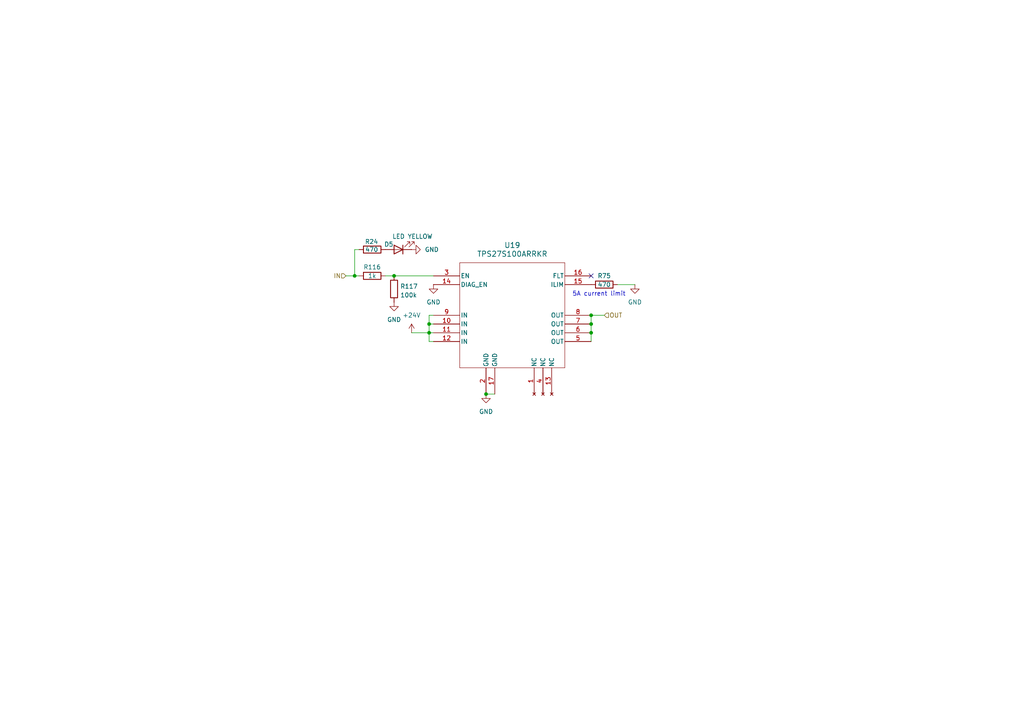
<source format=kicad_sch>
(kicad_sch (version 20250114) (generator "eeschema") (generator_version "9.0")
  (paper "A4")
  (title_block (title "ChargeBridge Eval Board") (date "2025-07-15") (rev "1.1") (company "Pionix GmbH") (comment 1 "Cornelius Claussen / Jonas Rockstroh") (comment 2 "License: CERN-OHL-P"))
  (lib_symbols
    (symbol "cb-eval-lib:LED" (pin_numbers (hide yes)) (pin_names (offset 1.016) (hide yes))
      (property "Reference" "D" (at 0 2.54 0))
      (property "Value" "LED" (at 0 -2.54 0))
      (symbol "LED_0_1"
        (polyline (pts (xy -3.048 -0.762) (xy -4.572 -2.286) (xy -3.81 -2.286) (xy -4.572 -2.286) (xy -4.572 -1.524)))
        (polyline (pts (xy -1.778 -0.762) (xy -3.302 -2.286) (xy -2.54 -2.286) (xy -3.302 -2.286) (xy -3.302 -1.524)))
        (polyline (pts (xy -1.27 0) (xy 1.27 0)))
        (polyline (pts (xy -1.27 -1.27) (xy -1.27 1.27)) (stroke (width 0.254)))
        (polyline (pts (xy 1.27 -1.27) (xy 1.27 1.27) (xy -1.27 0) (xy 1.27 -1.27)) (stroke (width 0.254)))
      )
      (symbol "LED_1_1"
        (pin passive line (at -3.81 0 0) (length 2.54) (name "K") (number "1"))
        (pin passive line (at 3.81 0 180) (length 2.54) (name "A") (number "2"))
      )
    )
    (symbol "cb-eval-lib:R" (pin_numbers (hide yes)) (pin_names (offset 0))
      (property "Reference" "R" (at 2.032 0 90))
      (property "Value" "R" (at 0 0 90))
      (symbol "R_0_1"
        (rectangle (start -1.016 -2.54) (end 1.016 2.54) (stroke (width 0.254)))
      )
      (symbol "R_1_1"
        (pin passive line (at 0 3.81 270) (length 1.27) (name "~") (number "1"))
        (pin passive line (at 0 -3.81 90) (length 1.27) (name "~") (number "2"))
      )
    )
    (symbol "cb-eval-lib:TPS27S100ARRKR" (pin_names (offset 0.254))
      (property "Reference" "U" (at 0 20.32 0))
      (property "Value" "TPS27S100ARRKR" (at 0 17.78 0))
      (symbol "TPS27S100ARRKR_0_1"
        (polyline (pts (xy -15.24 15.24) (xy -15.24 -15.24)) (stroke (width 0.127)))
        (polyline (pts (xy -15.24 -15.24) (xy 15.24 -15.24)) (stroke (width 0.127)))
        (polyline (pts (xy 15.24 15.24) (xy -15.24 15.24)) (stroke (width 0.127)))
        (polyline (pts (xy 15.24 -15.24) (xy 15.24 15.24)) (stroke (width 0.127)))
        (pin input line (at -22.86 11.43 0) (length 7.62) (name "EN") (number "3"))
        (pin input line (at -22.86 8.89 0) (length 7.62) (name "DIAG_EN") (number "14"))
        (pin power_in line (at -22.86 0 0) (length 7.62) (name "IN") (number "9"))
        (pin power_in line (at -22.86 -2.54 0) (length 7.62) (name "IN") (number "10"))
        (pin power_in line (at -22.86 -5.08 0) (length 7.62) (name "IN") (number "11"))
        (pin power_in line (at -22.86 -7.62 0) (length 7.62) (name "IN") (number "12"))
        (pin power_out line (at -7.62 -22.86 90) (length 7.62) (name "GND") (number "2"))
        (pin power_out line (at -5.08 -22.86 90) (length 7.62) (name "GND") (number "17"))
        (pin no_connect line (at 6.35 -22.86 90) (length 7.62) (name "NC") (number "1"))
        (pin no_connect line (at 8.89 -22.86 90) (length 7.62) (name "NC") (number "4"))
        (pin no_connect line (at 11.43 -22.86 90) (length 7.62) (name "NC") (number "13"))
        (pin output line (at 22.86 11.43 180) (length 7.62) (name "FLT") (number "16"))
        (pin output line (at 22.86 8.89 180) (length 7.62) (name "ILIM") (number "15"))
        (pin output line (at 22.86 0 180) (length 7.62) (name "OUT") (number "8"))
        (pin output line (at 22.86 -2.54 180) (length 7.62) (name "OUT") (number "7"))
        (pin output line (at 22.86 -5.08 180) (length 7.62) (name "OUT") (number "6"))
        (pin output line (at 22.86 -7.62 180) (length 7.62) (name "OUT") (number "5"))
      )
    )
    (symbol "power:+24V" (power) (pin_numbers (hide yes)) (pin_names (offset 0) (hide yes))
      (property "Value" "+24V" (at 0 3.556 0))
      (symbol "+24V_0_1"
        (polyline (pts (xy -0.762 1.27) (xy 0 2.54)))
        (polyline (pts (xy 0 2.54) (xy 0.762 1.27)))
        (polyline (pts (xy 0 0) (xy 0 2.54)))
      )
      (symbol "+24V_1_1"
        (pin power_in line (at 0 0 90) (length 0) (name "~") (number "1"))
      )
    )
    (symbol "power:GND" (power) (pin_numbers (hide yes)) (pin_names (offset 0) (hide yes))
      (property "Value" "GND" (at 0 -3.81 0))
      (symbol "GND_0_1"
        (polyline (pts (xy 0 0) (xy 0 -1.27) (xy 1.27 -1.27) (xy 0 -2.54) (xy -1.27 -1.27) (xy 0 -1.27)))
      )
      (symbol "GND_1_1"
        (pin power_in line (at 0 0 270) (length 0) (name "~") (number "1"))
      )
    )
  )
  (text "5A current limit" (at 173.736 85.344 0) (effects (font (size 1.27 1.27))))
  (junction (at 140.97 114.3))
  (junction (at 124.46 93.98))
  (junction (at 102.87 80.01))
  (junction (at 171.45 93.98))
  (junction (at 114.3 80.01))
  (junction (at 171.45 91.44))
  (junction (at 124.46 96.52))
  (junction (at 171.45 96.52))
  (no_connect (at 171.45 80.01))
  (wire (pts (xy 171.45 96.52) (xy 171.45 99.06)))
  (wire (pts (xy 102.87 72.39) (xy 102.87 80.01)))
  (wire (pts (xy 111.76 80.01) (xy 114.3 80.01)))
  (wire (pts (xy 124.46 96.52) (xy 124.46 93.98)))
  (wire (pts (xy 171.45 91.44) (xy 171.45 93.98)))
  (wire (pts (xy 100.33 80.01) (xy 102.87 80.01)))
  (wire (pts (xy 140.97 114.3) (xy 143.51 114.3)))
  (wire (pts (xy 124.46 96.52) (xy 125.73 96.52)))
  (wire (pts (xy 114.3 80.01) (xy 125.73 80.01)))
  (wire (pts (xy 171.45 93.98) (xy 171.45 96.52)))
  (wire (pts (xy 119.38 96.52) (xy 124.46 96.52)))
  (wire (pts (xy 124.46 99.06) (xy 125.73 99.06)))
  (wire (pts (xy 124.46 96.52) (xy 124.46 99.06)))
  (wire (pts (xy 102.87 72.39) (xy 104.14 72.39)))
  (wire (pts (xy 102.87 80.01) (xy 104.14 80.01)))
  (wire (pts (xy 184.15 82.55) (xy 179.07 82.55)))
  (wire (pts (xy 124.46 93.98) (xy 124.46 91.44)))
  (wire (pts (xy 124.46 93.98) (xy 125.73 93.98)))
  (wire (pts (xy 171.45 91.44) (xy 175.26 91.44)))
  (wire (pts (xy 124.46 91.44) (xy 125.73 91.44)))
  (hierarchical_label "IN" (shape input) (at 100.33 80.01 180))
  (hierarchical_label "OUT" (shape input) (at 175.26 91.44 0))
  (symbol (lib_id "power:GND") (at 114.3 87.63 0) (unit 1)
    (property "Reference" "#PWR0185" (effects (hide yes)))
    (property "Value" "GND" (at 114.3 92.71 0))
    (property "Description" "Power symbol creates a global label with name \"GND\" , ground" (effects (hide yes)))
    (instances (project "som-devkit" (path "" (reference "#PWR0191") (unit 1)) (path "" (reference "#PWR0185") (unit 1)) (path "" (reference "#PWR0192") (unit 1))))
  )
  (symbol (lib_id "cb-eval-lib:R") (at 175.26 82.55 90) (unit 1)
    (property "Reference" "R36" (at 175.26 80.01 90))
    (property "Value" "470" (at 175.26 82.55 90))
    (property "Footprint" "Resistor_SMD:R_0603_1608Metric" (effects (hide yes)))
    (property "Description" "Resistor" (effects (hide yes)))
    (property "Digikey" "RMCF0603FT470RCT-ND" (effects (hide yes)))
    (property "MPN" "RMCF0603FT470R" (effects (hide yes)))
    (property "Manufacturer" "Stackpole Electronics Inc" (effects (hide yes)))
    (instances (project "som-devkit" (path "" (reference "R75") (unit 1)) (path "" (reference "R36") (unit 1)) (path "" (reference "R77") (unit 1))))
  )
  (symbol (lib_id "cb-eval-lib:R") (at 107.95 80.01 90) (unit 1)
    (property "Reference" "R104" (at 107.95 77.47 90))
    (property "Value" "1k" (at 107.95 80.01 90))
    (property "Footprint" "Resistor_SMD:R_0603_1608Metric" (effects (hide yes)))
    (property "Description" "Resistor" (effects (hide yes)))
    (property "Digikey" "RMCF0603FG1K00CT-ND" (effects (hide yes)))
    (property "MPN" "RMCF0603FG1K00" (effects (hide yes)))
    (property "Manufacturer" "Stackpole Electronics Inc" (effects (hide yes)))
    (instances (project "som-devkit" (path "" (reference "R116") (unit 1)) (path "" (reference "R104") (unit 1)) (path "" (reference "R118") (unit 1))))
  )
  (symbol (lib_id "cb-eval-lib:TPS27S100ARRKR") (at 148.59 91.44 0) (unit 1)
    (property "Reference" "U18" (at 148.59 71.12 0) (effects (font (size 1.524 1.524))))
    (property "Value" "TPS27S100ARRKR" (at 148.59 73.66 0) (effects (font (size 1.524 1.524))))
    (property "Footprint" "cb-eval-lib:WQFN16_RRK_TEX" (effects (hide yes)))
    (property "Datasheet" "https://www.ti.com/lit/gpn/tps27s100" (effects (hide yes)))
    (property "MPN" "TPS27S100ARRKR" (effects (hide yes)))
    (property "Digikey" "296-TPS27S100ARRKRCT-ND" (effects (hide yes)))
    (property "Manufacturer" "Texas Instruments" (effects (hide yes)))
    (instances (project "som-devkit" (path "" (reference "U19") (unit 1)) (path "" (reference "U18") (unit 1)) (path "" (reference "U20") (unit 1))))
  )
  (symbol (lib_id "power:+24V") (at 119.38 96.52 0) (unit 1)
    (property "Reference" "#PWR0203" (effects (hide yes)))
    (property "Value" "+24V" (at 119.38 91.44 0))
    (property "Description" "Power symbol creates a global label with name \"+24V\"" (effects (hide yes)))
    (instances (project "som-devkit" (path "" (reference "#PWR0209") (unit 1)) (path "" (reference "#PWR0203") (unit 1)) (path "" (reference "#PWR0210") (unit 1))))
  )
  (symbol (lib_id "power:GND") (at 125.73 82.55 0) (unit 1)
    (property "Reference" "#PWR0176" (effects (hide yes)))
    (property "Value" "GND" (at 125.73 87.63 0))
    (property "Description" "Power symbol creates a global label with name \"GND\" , ground" (effects (hide yes)))
    (instances (project "som-devkit" (path "" (reference "#PWR0182") (unit 1)) (path "" (reference "#PWR0176") (unit 1)) (path "" (reference "#PWR0183") (unit 1))))
  )
  (symbol (lib_id "cb-eval-lib:LED") (at 115.57 72.39 180) (unit 1)
    (property "Reference" "D4" (at 112.776 70.866 0))
    (property "Value" "LED YELLOW" (at 119.634 68.58 0))
    (property "Footprint" "LED_SMD:LED_0603_1608Metric" (effects (hide yes)))
    (property "Description" "Light emitting diode" (effects (hide yes)))
    (property "Digikey" "732-150060AS75000CT-ND" (effects (hide yes)))
    (property "MPN" "150060AS75000" (effects (hide yes)))
    (property "Manufacturer" "Würth Elektronik" (effects (hide yes)))
    (property "Sim.Pins" "1=K 2=A" (effects (hide yes)))
    (instances (project "som-devkit" (path "" (reference "D5") (unit 1)) (path "" (reference "D4") (unit 1)) (path "" (reference "D6") (unit 1))))
  )
  (symbol (lib_id "power:GND") (at 140.97 114.3 0) (unit 1)
    (property "Reference" "#PWR0159" (effects (hide yes)))
    (property "Value" "GND" (at 140.97 119.38 0))
    (property "Description" "Power symbol creates a global label with name \"GND\" , ground" (effects (hide yes)))
    (instances (project "som-devkit" (path "" (reference "#PWR0173") (unit 1)) (path "" (reference "#PWR0159") (unit 1)) (path "" (reference "#PWR0174") (unit 1))))
  )
  (symbol (lib_id "cb-eval-lib:R") (at 107.95 72.39 90) (unit 1)
    (property "Reference" "R23" (at 109.728 70.104 90) (effects (justify left)))
    (property "Value" "470" (at 109.728 72.39 90) (effects (justify left)))
    (property "Footprint" "Resistor_SMD:R_0603_1608Metric" (effects (hide yes)))
    (property "Description" "Resistor" (effects (hide yes)))
    (property "Digikey" "RMCF0603FT470RCT-ND" (effects (hide yes)))
    (property "MPN" "RMCF0603FT470R" (effects (hide yes)))
    (property "Manufacturer" "Stackpole Electronics Inc" (effects (hide yes)))
    (instances (project "som-devkit" (path "" (reference "R24") (unit 1)) (path "" (reference "R23") (unit 1)) (path "" (reference "R27") (unit 1))))
  )
  (symbol (lib_id "power:GND") (at 184.15 82.55 0) (unit 1)
    (property "Reference" "#PWR0194" (effects (hide yes)))
    (property "Value" "GND" (at 184.15 87.63 0))
    (property "Description" "Power symbol creates a global label with name \"GND\" , ground" (effects (hide yes)))
    (instances (project "som-devkit" (path "" (reference "#PWR0200") (unit 1)) (path "" (reference "#PWR0194") (unit 1)) (path "" (reference "#PWR0201") (unit 1))))
  )
  (symbol (lib_id "power:GND") (at 119.38 72.39 90) (unit 1)
    (property "Reference" "#PWR010" (effects (hide yes)))
    (property "Value" "GND" (at 123.19 72.3899 90) (effects (justify right)))
    (property "Description" "Power symbol creates a global label with name \"GND\" , ground" (effects (hide yes)))
    (instances (project "som-devkit" (path "" (reference "#PWR081") (unit 1)) (path "" (reference "#PWR010") (unit 1)) (path "" (reference "#PWR082") (unit 1))))
  )
  (symbol (lib_id "cb-eval-lib:R") (at 114.3 83.82 180) (unit 1)
    (property "Reference" "R105" (at 116.078 83.058 0) (effects (justify right)))
    (property "Value" "100k" (at 116.078 85.598 0) (effects (justify right)))
    (property "Footprint" "Resistor_SMD:R_0603_1608Metric" (effects (hide yes)))
    (property "Description" "Resistor" (effects (hide yes)))
    (property "Digikey" "RMCF0603FT100KCT-ND" (effects (hide yes)))
    (property "MPN" "RMCF0603FT100K" (effects (hide yes)))
    (property "Manufacturer" "Stackpole Electronics Inc" (effects (hide yes)))
    (instances (project "som-devkit" (path "" (reference "R117") (unit 1)) (path "" (reference "R105") (unit 1)) (path "" (reference "R119") (unit 1))))
  )
)
</source>
